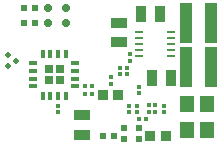
<source format=gbr>
G04 #@! TF.GenerationSoftware,KiCad,Pcbnew,(5.1.0)-1*
G04 #@! TF.CreationDate,2019-09-18T16:06:36-07:00*
G04 #@! TF.ProjectId,WireFreeV4_Release,57697265-4672-4656-9556-345f52656c65,rev?*
G04 #@! TF.SameCoordinates,Original*
G04 #@! TF.FileFunction,Paste,Bot*
G04 #@! TF.FilePolarity,Positive*
%FSLAX46Y46*%
G04 Gerber Fmt 4.6, Leading zero omitted, Abs format (unit mm)*
G04 Created by KiCad (PCBNEW (5.1.0)-1) date 2019-09-18 16:06:36*
%MOMM*%
%LPD*%
G04 APERTURE LIST*
%ADD10R,0.930000X1.320000*%
%ADD11R,1.000000X3.400000*%
%ADD12R,1.200000X1.400000*%
%ADD13R,0.320000X0.740000*%
%ADD14R,0.740000X0.320000*%
%ADD15R,0.420000X0.420000*%
%ADD16R,0.740000X0.740000*%
%ADD17R,0.660000X0.260000*%
%ADD18R,0.490000X0.560000*%
%ADD19R,0.560000X0.490000*%
%ADD20R,0.890000X0.920000*%
%ADD21C,0.700000*%
%ADD22C,0.508000*%
%ADD23R,1.320000X0.930000*%
%ADD24R,0.340000X0.310000*%
%ADD25R,0.310000X0.340000*%
%ADD26R,0.580000X0.630000*%
G04 APERTURE END LIST*
D10*
X129113700Y-89730580D03*
X130753700Y-89730580D03*
D11*
X135063920Y-90474800D03*
X132963920Y-90474800D03*
D12*
X134691860Y-99491800D03*
X134691860Y-97291800D03*
X132991860Y-97291800D03*
X132991860Y-99491800D03*
D13*
X122760380Y-96656380D03*
X122110380Y-96656380D03*
X121460380Y-96656380D03*
X120810380Y-96656380D03*
D14*
X119990380Y-95836380D03*
X119990380Y-95186380D03*
X119990380Y-94536380D03*
X119990380Y-93886380D03*
D13*
X120810380Y-93066380D03*
X121460380Y-93066380D03*
X122110380Y-93066380D03*
X122760380Y-93066380D03*
D14*
X123580380Y-93886380D03*
X123580380Y-94536380D03*
X123580380Y-95186380D03*
X123580380Y-95836380D03*
D15*
X121310380Y-95336380D03*
X121310380Y-94386380D03*
X122260380Y-95336380D03*
X122260380Y-94386380D03*
D16*
X121310380Y-95336380D03*
X121310380Y-94386380D03*
X122260380Y-95336380D03*
X122260380Y-94386380D03*
D17*
X128989860Y-91257880D03*
X128989860Y-91757880D03*
X128989860Y-92257880D03*
X128989860Y-92757880D03*
X128989860Y-93257880D03*
X131659860Y-93257880D03*
X131659860Y-92757880D03*
X131659860Y-92257880D03*
X131659860Y-91757880D03*
X131659860Y-91257880D03*
D18*
X120144540Y-90512900D03*
X119234540Y-90512900D03*
X120145220Y-89192100D03*
X119235220Y-89192100D03*
D19*
X128927860Y-100261420D03*
X128927860Y-99351420D03*
X127657860Y-100256340D03*
X127657860Y-99346340D03*
D20*
X131254500Y-100048060D03*
X129924500Y-100048060D03*
X127204780Y-96580960D03*
X125874780Y-96580960D03*
D11*
X135076620Y-94200980D03*
X132976620Y-94200980D03*
D21*
X122745500Y-90505280D03*
X121221500Y-89235280D03*
X121221500Y-90505280D03*
X122745500Y-89235280D03*
D22*
X117894100Y-93182440D03*
X118503700Y-93665039D03*
X117894100Y-94147639D03*
D23*
X124147580Y-99932920D03*
X124147580Y-98292920D03*
D24*
X128940560Y-96424840D03*
X128940560Y-95874840D03*
X127972820Y-94826500D03*
X127972820Y-94276500D03*
D25*
X129775540Y-98044000D03*
X130325540Y-98044000D03*
D24*
X128148080Y-97461660D03*
X128148080Y-98011660D03*
D25*
X129781300Y-97429320D03*
X130331300Y-97429320D03*
D24*
X126601220Y-95074060D03*
X126601220Y-95624060D03*
X128214120Y-93126560D03*
X128214120Y-93676560D03*
X127355600Y-94826500D03*
X127355600Y-94276500D03*
X131102100Y-98013520D03*
X131102100Y-97463520D03*
D25*
X128983060Y-98633280D03*
X129533060Y-98633280D03*
D24*
X128783080Y-98011660D03*
X128783080Y-97461660D03*
D26*
X125911880Y-100078540D03*
X126801880Y-100078540D03*
D25*
X124956660Y-95836740D03*
X124406660Y-95836740D03*
X124958520Y-96466660D03*
X124408520Y-96466660D03*
D24*
X122110500Y-98031980D03*
X122110500Y-97481980D03*
D10*
X130041220Y-95092520D03*
X131681220Y-95092520D03*
D23*
X127261620Y-92087700D03*
X127261620Y-90447700D03*
M02*

</source>
